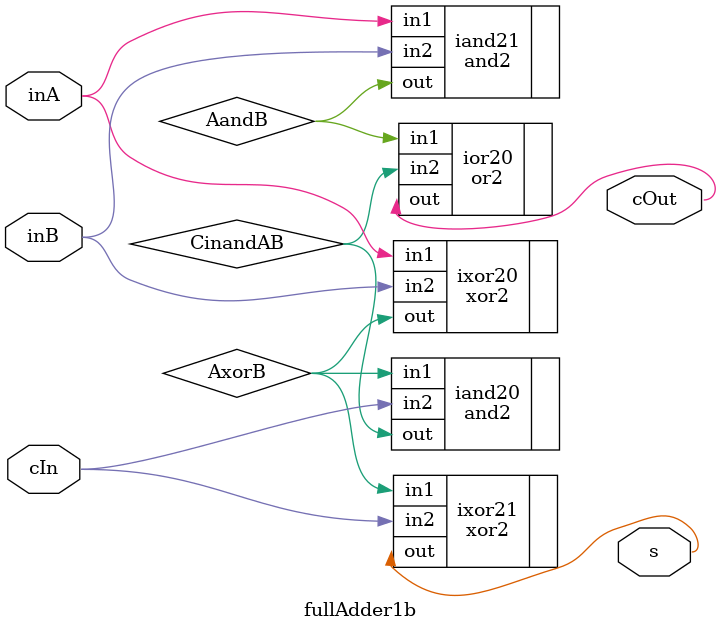
<source format=v>
/*
    CS/ECE 552 Spring '23
    Homework #1, Problem 2
    
    a 1-bit full adder
*/
`default_nettype none
module fullAdder1b(s, cOut, inA, inB, cIn);
    output wire s;
    output wire cOut;
    input  wire inA, inB;
    input  wire cIn;

    // YOUR CODE HERE
	wire AxorB, CinandAB, AandB;

	xor2 ixor20(.out(AxorB), .in1(inA), .in2(inB));
	and2 iand21(.out(AandB), .in1(inA), .in2(inB));
	xor2 ixor21(.out(s), .in1(AxorB), .in2(cIn));
	and2 iand20(.out(CinandAB), .in1(AxorB), .in2(cIn));
	or2 ior20(.out(cOut), .in1(AandB), .in2(CinandAB));

endmodule
`default_nettype wire

</source>
